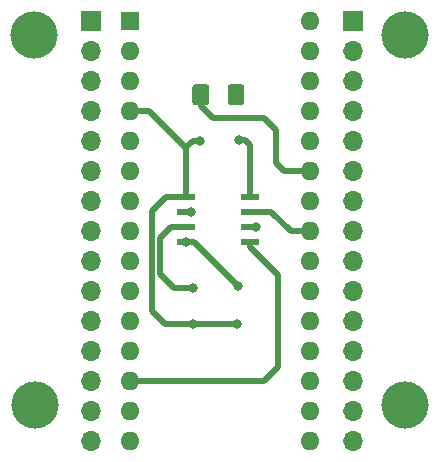
<source format=gbr>
G04 #@! TF.GenerationSoftware,KiCad,Pcbnew,5.0.1-33cea8e~68~ubuntu18.04.1*
G04 #@! TF.CreationDate,2018-11-12T21:08:02+01:00*
G04 #@! TF.ProjectId,ustepper_nano,75737465707065725F6E616E6F2E6B69,rev?*
G04 #@! TF.SameCoordinates,Original*
G04 #@! TF.FileFunction,Copper,L2,Bot,Signal*
G04 #@! TF.FilePolarity,Positive*
%FSLAX46Y46*%
G04 Gerber Fmt 4.6, Leading zero omitted, Abs format (unit mm)*
G04 Created by KiCad (PCBNEW 5.0.1-33cea8e~68~ubuntu18.04.1) date lun 12 nov 2018 21:08:02 CET*
%MOMM*%
%LPD*%
G01*
G04 APERTURE LIST*
G04 #@! TA.AperFunction,SMDPad,CuDef*
%ADD10R,1.550000X0.600000*%
G04 #@! TD*
G04 #@! TA.AperFunction,ComponentPad*
%ADD11O,1.700000X1.700000*%
G04 #@! TD*
G04 #@! TA.AperFunction,ComponentPad*
%ADD12R,1.700000X1.700000*%
G04 #@! TD*
G04 #@! TA.AperFunction,ComponentPad*
%ADD13R,1.600000X1.600000*%
G04 #@! TD*
G04 #@! TA.AperFunction,ComponentPad*
%ADD14O,1.600000X1.600000*%
G04 #@! TD*
G04 #@! TA.AperFunction,Conductor*
%ADD15C,0.100000*%
G04 #@! TD*
G04 #@! TA.AperFunction,SMDPad,CuDef*
%ADD16C,1.425000*%
G04 #@! TD*
G04 #@! TA.AperFunction,ViaPad*
%ADD17C,4.000000*%
G04 #@! TD*
G04 #@! TA.AperFunction,ViaPad*
%ADD18C,0.800000*%
G04 #@! TD*
G04 #@! TA.AperFunction,Conductor*
%ADD19C,0.500000*%
G04 #@! TD*
G04 #@! TA.AperFunction,Conductor*
%ADD20C,0.250000*%
G04 #@! TD*
G04 #@! TA.AperFunction,Conductor*
%ADD21C,1.000000*%
G04 #@! TD*
G04 APERTURE END LIST*
D10*
G04 #@! TO.P,U1,1*
G04 #@! TO.N,27-5V*
X139500000Y-71105000D03*
G04 #@! TO.P,U1,2*
G04 #@! TO.N,Net-(C3-Pad1)*
X139500000Y-69835000D03*
G04 #@! TO.P,U1,3*
G04 #@! TO.N,A7-ASA*
X139500000Y-68565000D03*
G04 #@! TO.P,U1,4*
G04 #@! TO.N,29-GND*
X139500000Y-67295000D03*
G04 #@! TO.P,U1,5*
G04 #@! TO.N,Net-(R2-Pad1)*
X144900000Y-67295000D03*
G04 #@! TO.P,U1,6*
G04 #@! TO.N,A4-SDA*
X144900000Y-68565000D03*
G04 #@! TO.P,U1,7*
G04 #@! TO.N,A5-SCL*
X144900000Y-69835000D03*
G04 #@! TO.P,U1,8*
G04 #@! TO.N,D10-ASDIR*
X144900000Y-71105000D03*
G04 #@! TD*
D11*
G04 #@! TO.P,J7,15*
G04 #@! TO.N,D13-MS3*
X153583200Y-87948400D03*
G04 #@! TO.P,J7,14*
G04 #@! TO.N,17-3V3*
X153583200Y-85408400D03*
G04 #@! TO.P,J7,13*
G04 #@! TO.N,18-AREF*
X153583200Y-82868400D03*
G04 #@! TO.P,J7,12*
G04 #@! TO.N,A0-*
X153583200Y-80328400D03*
G04 #@! TO.P,J7,11*
G04 #@! TO.N,A1-*
X153583200Y-77788400D03*
G04 #@! TO.P,J7,10*
G04 #@! TO.N,A2-*
X153583200Y-75248400D03*
G04 #@! TO.P,J7,9*
G04 #@! TO.N,A3-*
X153583200Y-72708400D03*
G04 #@! TO.P,J7,8*
G04 #@! TO.N,A4-SDA*
X153583200Y-70168400D03*
G04 #@! TO.P,J7,7*
G04 #@! TO.N,A5-SCL*
X153583200Y-67628400D03*
G04 #@! TO.P,J7,6*
G04 #@! TO.N,A6-TEMP*
X153583200Y-65088400D03*
G04 #@! TO.P,J7,5*
G04 #@! TO.N,A7-ASA*
X153583200Y-62548400D03*
G04 #@! TO.P,J7,4*
G04 #@! TO.N,27-5V*
X153583200Y-60008400D03*
G04 #@! TO.P,J7,3*
G04 #@! TO.N,28-RST*
X153583200Y-57468400D03*
G04 #@! TO.P,J7,2*
G04 #@! TO.N,29-GND*
X153583200Y-54928400D03*
D12*
G04 #@! TO.P,J7,1*
G04 #@! TO.N,30-VIN*
X153583200Y-52388400D03*
G04 #@! TD*
D13*
G04 #@! TO.P,A2,1*
G04 #@! TO.N,D1-TXD*
X134716000Y-52400000D03*
D14*
G04 #@! TO.P,A2,17*
G04 #@! TO.N,17-3V3*
X149956000Y-85420000D03*
G04 #@! TO.P,A2,2*
G04 #@! TO.N,D0-RXD*
X134716000Y-54940000D03*
G04 #@! TO.P,A2,18*
G04 #@! TO.N,18-AREF*
X149956000Y-82880000D03*
G04 #@! TO.P,A2,3*
G04 #@! TO.N,3-RST*
X134716000Y-57480000D03*
G04 #@! TO.P,A2,19*
G04 #@! TO.N,A0-*
X149956000Y-80340000D03*
G04 #@! TO.P,A2,4*
G04 #@! TO.N,29-GND*
X134716000Y-60020000D03*
G04 #@! TO.P,A2,20*
G04 #@! TO.N,A1-*
X149956000Y-77800000D03*
G04 #@! TO.P,A2,5*
G04 #@! TO.N,D2-*
X134716000Y-62560000D03*
G04 #@! TO.P,A2,21*
G04 #@! TO.N,A2-*
X149956000Y-75260000D03*
G04 #@! TO.P,A2,6*
G04 #@! TO.N,D3-*
X134716000Y-65100000D03*
G04 #@! TO.P,A2,22*
G04 #@! TO.N,A3-*
X149956000Y-72720000D03*
G04 #@! TO.P,A2,7*
G04 #@! TO.N,D4-STEP*
X134716000Y-67640000D03*
G04 #@! TO.P,A2,23*
G04 #@! TO.N,A4-SDA*
X149956000Y-70180000D03*
G04 #@! TO.P,A2,8*
G04 #@! TO.N,D5-*
X134716000Y-70180000D03*
G04 #@! TO.P,A2,24*
G04 #@! TO.N,A5-SCL*
X149956000Y-67640000D03*
G04 #@! TO.P,A2,9*
G04 #@! TO.N,D6-*
X134716000Y-72720000D03*
G04 #@! TO.P,A2,25*
G04 #@! TO.N,A6-TEMP*
X149956000Y-65100000D03*
G04 #@! TO.P,A2,10*
G04 #@! TO.N,D7-DIR*
X134716000Y-75260000D03*
G04 #@! TO.P,A2,26*
G04 #@! TO.N,A7-ASA*
X149956000Y-62560000D03*
G04 #@! TO.P,A2,11*
G04 #@! TO.N,D8-ENA*
X134716000Y-77800000D03*
G04 #@! TO.P,A2,27*
G04 #@! TO.N,27-5V*
X149956000Y-60020000D03*
G04 #@! TO.P,A2,12*
G04 #@! TO.N,D9-*
X134716000Y-80340000D03*
G04 #@! TO.P,A2,28*
G04 #@! TO.N,28-RST*
X149956000Y-57480000D03*
G04 #@! TO.P,A2,13*
G04 #@! TO.N,D10-ASDIR*
X134716000Y-82880000D03*
G04 #@! TO.P,A2,29*
G04 #@! TO.N,29-GND*
X149956000Y-54940000D03*
G04 #@! TO.P,A2,14*
G04 #@! TO.N,D11-MS1*
X134716000Y-85420000D03*
G04 #@! TO.P,A2,30*
G04 #@! TO.N,30-VIN*
X149956000Y-52400000D03*
G04 #@! TO.P,A2,15*
G04 #@! TO.N,D12-MS2*
X134716000Y-87960000D03*
G04 #@! TO.P,A2,16*
G04 #@! TO.N,D13-MS3*
X149956000Y-87960000D03*
G04 #@! TD*
D12*
G04 #@! TO.P,J6,1*
G04 #@! TO.N,D1-TXD*
X131409000Y-52388400D03*
D11*
G04 #@! TO.P,J6,2*
G04 #@! TO.N,D0-RXD*
X131409000Y-54928400D03*
G04 #@! TO.P,J6,3*
G04 #@! TO.N,3-RST*
X131409000Y-57468400D03*
G04 #@! TO.P,J6,4*
G04 #@! TO.N,29-GND*
X131409000Y-60008400D03*
G04 #@! TO.P,J6,5*
G04 #@! TO.N,D2-*
X131409000Y-62548400D03*
G04 #@! TO.P,J6,6*
G04 #@! TO.N,D3-*
X131409000Y-65088400D03*
G04 #@! TO.P,J6,7*
G04 #@! TO.N,D4-STEP*
X131409000Y-67628400D03*
G04 #@! TO.P,J6,8*
G04 #@! TO.N,D5-*
X131409000Y-70168400D03*
G04 #@! TO.P,J6,9*
G04 #@! TO.N,D6-*
X131409000Y-72708400D03*
G04 #@! TO.P,J6,10*
G04 #@! TO.N,D7-DIR*
X131409000Y-75248400D03*
G04 #@! TO.P,J6,11*
G04 #@! TO.N,D8-ENA*
X131409000Y-77788400D03*
G04 #@! TO.P,J6,12*
G04 #@! TO.N,D9-*
X131409000Y-80328400D03*
G04 #@! TO.P,J6,13*
G04 #@! TO.N,D10-ASDIR*
X131409000Y-82868400D03*
G04 #@! TO.P,J6,14*
G04 #@! TO.N,D11-MS1*
X131409000Y-85408400D03*
G04 #@! TO.P,J6,15*
G04 #@! TO.N,D12-MS2*
X131409000Y-87948400D03*
G04 #@! TD*
D15*
G04 #@! TO.N,27-5V*
G04 #@! TO.C,TH1*
G36*
X144178504Y-57763004D02*
X144202773Y-57766604D01*
X144226571Y-57772565D01*
X144249671Y-57780830D01*
X144271849Y-57791320D01*
X144292893Y-57803933D01*
X144312598Y-57818547D01*
X144330777Y-57835023D01*
X144347253Y-57853202D01*
X144361867Y-57872907D01*
X144374480Y-57893951D01*
X144384970Y-57916129D01*
X144393235Y-57939229D01*
X144399196Y-57963027D01*
X144402796Y-57987296D01*
X144404000Y-58011800D01*
X144404000Y-59261800D01*
X144402796Y-59286304D01*
X144399196Y-59310573D01*
X144393235Y-59334371D01*
X144384970Y-59357471D01*
X144374480Y-59379649D01*
X144361867Y-59400693D01*
X144347253Y-59420398D01*
X144330777Y-59438577D01*
X144312598Y-59455053D01*
X144292893Y-59469667D01*
X144271849Y-59482280D01*
X144249671Y-59492770D01*
X144226571Y-59501035D01*
X144202773Y-59506996D01*
X144178504Y-59510596D01*
X144154000Y-59511800D01*
X143229000Y-59511800D01*
X143204496Y-59510596D01*
X143180227Y-59506996D01*
X143156429Y-59501035D01*
X143133329Y-59492770D01*
X143111151Y-59482280D01*
X143090107Y-59469667D01*
X143070402Y-59455053D01*
X143052223Y-59438577D01*
X143035747Y-59420398D01*
X143021133Y-59400693D01*
X143008520Y-59379649D01*
X142998030Y-59357471D01*
X142989765Y-59334371D01*
X142983804Y-59310573D01*
X142980204Y-59286304D01*
X142979000Y-59261800D01*
X142979000Y-58011800D01*
X142980204Y-57987296D01*
X142983804Y-57963027D01*
X142989765Y-57939229D01*
X142998030Y-57916129D01*
X143008520Y-57893951D01*
X143021133Y-57872907D01*
X143035747Y-57853202D01*
X143052223Y-57835023D01*
X143070402Y-57818547D01*
X143090107Y-57803933D01*
X143111151Y-57791320D01*
X143133329Y-57780830D01*
X143156429Y-57772565D01*
X143180227Y-57766604D01*
X143204496Y-57763004D01*
X143229000Y-57761800D01*
X144154000Y-57761800D01*
X144178504Y-57763004D01*
X144178504Y-57763004D01*
G37*
D16*
G04 #@! TD*
G04 #@! TO.P,TH1,1*
G04 #@! TO.N,27-5V*
X143691500Y-58636800D03*
D15*
G04 #@! TO.N,A6-TEMP*
G04 #@! TO.C,TH1*
G36*
X141203504Y-57763004D02*
X141227773Y-57766604D01*
X141251571Y-57772565D01*
X141274671Y-57780830D01*
X141296849Y-57791320D01*
X141317893Y-57803933D01*
X141337598Y-57818547D01*
X141355777Y-57835023D01*
X141372253Y-57853202D01*
X141386867Y-57872907D01*
X141399480Y-57893951D01*
X141409970Y-57916129D01*
X141418235Y-57939229D01*
X141424196Y-57963027D01*
X141427796Y-57987296D01*
X141429000Y-58011800D01*
X141429000Y-59261800D01*
X141427796Y-59286304D01*
X141424196Y-59310573D01*
X141418235Y-59334371D01*
X141409970Y-59357471D01*
X141399480Y-59379649D01*
X141386867Y-59400693D01*
X141372253Y-59420398D01*
X141355777Y-59438577D01*
X141337598Y-59455053D01*
X141317893Y-59469667D01*
X141296849Y-59482280D01*
X141274671Y-59492770D01*
X141251571Y-59501035D01*
X141227773Y-59506996D01*
X141203504Y-59510596D01*
X141179000Y-59511800D01*
X140254000Y-59511800D01*
X140229496Y-59510596D01*
X140205227Y-59506996D01*
X140181429Y-59501035D01*
X140158329Y-59492770D01*
X140136151Y-59482280D01*
X140115107Y-59469667D01*
X140095402Y-59455053D01*
X140077223Y-59438577D01*
X140060747Y-59420398D01*
X140046133Y-59400693D01*
X140033520Y-59379649D01*
X140023030Y-59357471D01*
X140014765Y-59334371D01*
X140008804Y-59310573D01*
X140005204Y-59286304D01*
X140004000Y-59261800D01*
X140004000Y-58011800D01*
X140005204Y-57987296D01*
X140008804Y-57963027D01*
X140014765Y-57939229D01*
X140023030Y-57916129D01*
X140033520Y-57893951D01*
X140046133Y-57872907D01*
X140060747Y-57853202D01*
X140077223Y-57835023D01*
X140095402Y-57818547D01*
X140115107Y-57803933D01*
X140136151Y-57791320D01*
X140158329Y-57780830D01*
X140181429Y-57772565D01*
X140205227Y-57766604D01*
X140229496Y-57763004D01*
X140254000Y-57761800D01*
X141179000Y-57761800D01*
X141203504Y-57763004D01*
X141203504Y-57763004D01*
G37*
D16*
G04 #@! TD*
G04 #@! TO.P,TH1,2*
G04 #@! TO.N,A6-TEMP*
X140716500Y-58636800D03*
D17*
G04 #@! TO.N,*
X158000000Y-53600000D03*
X126700000Y-84900000D03*
X158000000Y-84900000D03*
G04 #@! TO.N,GND*
X126600000Y-53600000D03*
D18*
G04 #@! TO.N,Net-(C3-Pad1)*
X140057700Y-74969000D03*
G04 #@! TO.N,Net-(R2-Pad1)*
X143931200Y-62472200D03*
G04 #@! TO.N,A5-SCL*
X145404400Y-69812800D03*
G04 #@! TO.N,A7-ASA*
X139867200Y-68593600D03*
G04 #@! TO.N,A6-TEMP*
X140718100Y-58611400D03*
G04 #@! TO.N,27-5V*
X143867700Y-58598700D03*
X139500000Y-71133600D03*
X143855000Y-74803900D03*
G04 #@! TO.N,29-GND*
X140616500Y-62535700D03*
X140057700Y-78080500D03*
X143778800Y-78080500D03*
G04 #@! TD*
D19*
G04 #@! TO.N,Net-(C3-Pad1)*
X138470200Y-74969000D02*
X140057700Y-74969000D01*
X137301800Y-73800600D02*
X138470200Y-74969000D01*
X137301800Y-70752600D02*
X137301800Y-73800600D01*
X139500000Y-69835000D02*
X138219400Y-69835000D01*
X138219400Y-69835000D02*
X137301800Y-70752600D01*
G04 #@! TO.N,Net-(R2-Pad1)*
X144900000Y-66745000D02*
X144900000Y-67295000D01*
X144900000Y-62875315D02*
X144900000Y-66745000D01*
X144496885Y-62472200D02*
X144900000Y-62875315D01*
X143931200Y-62472200D02*
X144496885Y-62472200D01*
D20*
G04 #@! TO.N,A5-SCL*
X149796000Y-67800000D02*
X149956000Y-67640000D01*
D21*
X153571600Y-67640000D02*
X153583200Y-67628400D01*
D20*
G04 #@! TO.N,A4-SDA*
X149836000Y-70300000D02*
X149956000Y-70180000D01*
D21*
X153571600Y-70180000D02*
X153583200Y-70168400D01*
D19*
X148311600Y-70180000D02*
X149956000Y-70180000D01*
X144900000Y-68565000D02*
X146696600Y-68565000D01*
X146696600Y-68565000D02*
X148311600Y-70180000D01*
D21*
G04 #@! TO.N,A7-ASA*
X153571600Y-62560000D02*
X153583200Y-62548400D01*
D19*
G04 #@! TO.N,A6-TEMP*
X140730800Y-58395500D02*
X140730800Y-58395500D01*
D21*
X153571600Y-65100000D02*
X153583200Y-65088400D01*
D19*
X140716500Y-59611800D02*
X141748100Y-60643400D01*
X140716500Y-58636800D02*
X140716500Y-59611800D01*
X141748100Y-60643400D02*
X146102900Y-60643400D01*
X146102900Y-60643400D02*
X147042700Y-61583200D01*
X147042700Y-61583200D02*
X147042700Y-64415300D01*
X147727400Y-65100000D02*
X149956000Y-65100000D01*
X147042700Y-64415300D02*
X147727400Y-65100000D01*
D21*
G04 #@! TO.N,D10-ASDIR*
X134704400Y-82868400D02*
X134716000Y-82880000D01*
D19*
X146053200Y-82880000D02*
X134716000Y-82880000D01*
X147233200Y-81700000D02*
X146053200Y-82880000D01*
X147233200Y-73889500D02*
X147233200Y-81700000D01*
X144900000Y-71105000D02*
X144900000Y-71556300D01*
X144900000Y-71556300D02*
X147233200Y-73889500D01*
G04 #@! TO.N,27-5V*
X139500000Y-71133600D02*
X139500000Y-71105000D01*
D20*
X139500000Y-71133600D02*
X140184700Y-71133600D01*
D19*
X143455001Y-74403901D02*
X143855000Y-74803900D01*
X140156100Y-71105000D02*
X143455001Y-74403901D01*
D20*
X139500000Y-71105000D02*
X140156100Y-71105000D01*
D19*
G04 #@! TO.N,29-GND*
X139500000Y-66745000D02*
X139500000Y-67295000D01*
X139500000Y-63086515D02*
X139500000Y-66745000D01*
X140050815Y-62535700D02*
X139500000Y-63086515D01*
X140616500Y-62535700D02*
X140050815Y-62535700D01*
X140057700Y-78080500D02*
X143778800Y-78080500D01*
X139500000Y-63086515D02*
X139389315Y-63086515D01*
X136322800Y-60020000D02*
X134716000Y-60020000D01*
X139389315Y-63086515D02*
X136322800Y-60020000D01*
D20*
X140032300Y-78055100D02*
X140057700Y-78080500D01*
D19*
X137682800Y-78055100D02*
X140032300Y-78055100D01*
X136565200Y-76937500D02*
X137682800Y-78055100D01*
X136565200Y-68492000D02*
X136565200Y-76937500D01*
X139500000Y-67295000D02*
X137762200Y-67295000D01*
X137762200Y-67295000D02*
X136565200Y-68492000D01*
D21*
G04 #@! TO.N,D9-*
X134704400Y-80328400D02*
X134716000Y-80340000D01*
G04 #@! TO.N,D11-MS1*
X134704400Y-85408400D02*
X134716000Y-85420000D01*
G04 #@! TO.N,D12-MS2*
X134704400Y-87948400D02*
X134716000Y-87960000D01*
G04 #@! TD*
M02*

</source>
